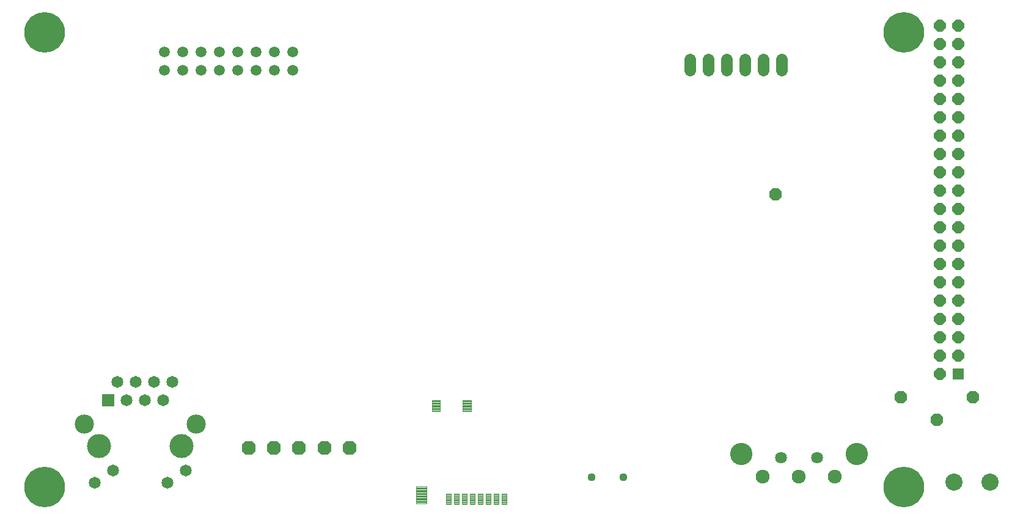
<source format=gbs>
G75*
%MOIN*%
%OFA0B0*%
%FSLAX25Y25*%
%IPPOS*%
%LPD*%
%AMOC8*
5,1,8,0,0,1.08239X$1,22.5*
%
%ADD10OC8,0.06996*%
%ADD11R,0.06406X0.06406*%
%ADD12OC8,0.06406*%
%ADD13C,0.05900*%
%ADD14OC8,0.07587*%
%ADD15C,0.07587*%
%ADD16C,0.06406*%
%ADD17C,0.12161*%
%ADD18C,0.00488*%
%ADD19C,0.00435*%
%ADD20C,0.00435*%
%ADD21C,0.06500*%
%ADD22R,0.06500X0.06500*%
%ADD23C,0.13098*%
%ADD24C,0.10500*%
%ADD25C,0.04437*%
%ADD26C,0.09358*%
%ADD27C,0.06406*%
%ADD28C,0.22154*%
D10*
X0438669Y0328399D03*
X0507034Y0217849D03*
X0526719Y0205251D03*
X0546404Y0217849D03*
D11*
X0538353Y0230547D03*
D12*
X0528353Y0230547D03*
X0528353Y0240547D03*
X0538353Y0240547D03*
X0538353Y0250547D03*
X0528353Y0250547D03*
X0528353Y0260547D03*
X0538353Y0260547D03*
X0538353Y0270547D03*
X0528353Y0270547D03*
X0528353Y0280547D03*
X0538353Y0280547D03*
X0538353Y0290547D03*
X0528353Y0290547D03*
X0528353Y0300547D03*
X0538353Y0300547D03*
X0538353Y0310547D03*
X0528353Y0310547D03*
X0528353Y0320547D03*
X0538353Y0320547D03*
X0538353Y0330547D03*
X0528353Y0330547D03*
X0528353Y0340547D03*
X0538353Y0340547D03*
X0538353Y0350547D03*
X0528353Y0350547D03*
X0528353Y0360547D03*
X0538353Y0360547D03*
X0538353Y0370547D03*
X0528353Y0370547D03*
X0528353Y0380547D03*
X0538353Y0380547D03*
X0538353Y0390547D03*
X0528353Y0390547D03*
X0528353Y0400547D03*
X0538353Y0400547D03*
X0538353Y0410547D03*
X0528353Y0410547D03*
X0528353Y0420547D03*
X0538353Y0420547D03*
D13*
X0175494Y0406099D03*
X0165494Y0406099D03*
X0155494Y0406099D03*
X0145494Y0406099D03*
X0135494Y0406099D03*
X0125494Y0406099D03*
X0115494Y0406099D03*
X0105494Y0406099D03*
X0105494Y0396099D03*
X0115494Y0396099D03*
X0125494Y0396099D03*
X0135494Y0396099D03*
X0145494Y0396099D03*
X0155494Y0396099D03*
X0165494Y0396099D03*
X0175494Y0396099D03*
D14*
X0178943Y0190232D03*
X0165164Y0190232D03*
X0151384Y0190232D03*
X0192723Y0190232D03*
X0206502Y0190232D03*
D15*
X0431896Y0174484D03*
X0451581Y0174484D03*
X0471266Y0174484D03*
D16*
X0461424Y0184720D03*
X0441739Y0184720D03*
D17*
X0420085Y0186689D03*
X0483077Y0186689D03*
D18*
X0292138Y0165239D02*
X0289370Y0165239D01*
X0292138Y0165239D02*
X0292138Y0159321D01*
X0289370Y0159321D01*
X0289370Y0165239D01*
X0289370Y0159808D02*
X0292138Y0159808D01*
X0292138Y0160295D02*
X0289370Y0160295D01*
X0289370Y0160782D02*
X0292138Y0160782D01*
X0292138Y0161269D02*
X0289370Y0161269D01*
X0289370Y0161756D02*
X0292138Y0161756D01*
X0292138Y0162243D02*
X0289370Y0162243D01*
X0289370Y0162730D02*
X0292138Y0162730D01*
X0292138Y0163217D02*
X0289370Y0163217D01*
X0289370Y0163704D02*
X0292138Y0163704D01*
X0292138Y0164191D02*
X0289370Y0164191D01*
X0289370Y0164678D02*
X0292138Y0164678D01*
X0292138Y0165165D02*
X0289370Y0165165D01*
X0287808Y0165239D02*
X0285040Y0165239D01*
X0287808Y0165239D02*
X0287808Y0159321D01*
X0285040Y0159321D01*
X0285040Y0165239D01*
X0285040Y0159808D02*
X0287808Y0159808D01*
X0287808Y0160295D02*
X0285040Y0160295D01*
X0285040Y0160782D02*
X0287808Y0160782D01*
X0287808Y0161269D02*
X0285040Y0161269D01*
X0285040Y0161756D02*
X0287808Y0161756D01*
X0287808Y0162243D02*
X0285040Y0162243D01*
X0285040Y0162730D02*
X0287808Y0162730D01*
X0287808Y0163217D02*
X0285040Y0163217D01*
X0285040Y0163704D02*
X0287808Y0163704D01*
X0287808Y0164191D02*
X0285040Y0164191D01*
X0285040Y0164678D02*
X0287808Y0164678D01*
X0287808Y0165165D02*
X0285040Y0165165D01*
X0283477Y0165239D02*
X0280709Y0165239D01*
X0283477Y0165239D02*
X0283477Y0159321D01*
X0280709Y0159321D01*
X0280709Y0165239D01*
X0280709Y0159808D02*
X0283477Y0159808D01*
X0283477Y0160295D02*
X0280709Y0160295D01*
X0280709Y0160782D02*
X0283477Y0160782D01*
X0283477Y0161269D02*
X0280709Y0161269D01*
X0280709Y0161756D02*
X0283477Y0161756D01*
X0283477Y0162243D02*
X0280709Y0162243D01*
X0280709Y0162730D02*
X0283477Y0162730D01*
X0283477Y0163217D02*
X0280709Y0163217D01*
X0280709Y0163704D02*
X0283477Y0163704D01*
X0283477Y0164191D02*
X0280709Y0164191D01*
X0280709Y0164678D02*
X0283477Y0164678D01*
X0283477Y0165165D02*
X0280709Y0165165D01*
X0279146Y0165239D02*
X0276378Y0165239D01*
X0279146Y0165239D02*
X0279146Y0159321D01*
X0276378Y0159321D01*
X0276378Y0165239D01*
X0276378Y0159808D02*
X0279146Y0159808D01*
X0279146Y0160295D02*
X0276378Y0160295D01*
X0276378Y0160782D02*
X0279146Y0160782D01*
X0279146Y0161269D02*
X0276378Y0161269D01*
X0276378Y0161756D02*
X0279146Y0161756D01*
X0279146Y0162243D02*
X0276378Y0162243D01*
X0276378Y0162730D02*
X0279146Y0162730D01*
X0279146Y0163217D02*
X0276378Y0163217D01*
X0276378Y0163704D02*
X0279146Y0163704D01*
X0279146Y0164191D02*
X0276378Y0164191D01*
X0276378Y0164678D02*
X0279146Y0164678D01*
X0279146Y0165165D02*
X0276378Y0165165D01*
X0274816Y0165239D02*
X0272048Y0165239D01*
X0274816Y0165239D02*
X0274816Y0159321D01*
X0272048Y0159321D01*
X0272048Y0165239D01*
X0272048Y0159808D02*
X0274816Y0159808D01*
X0274816Y0160295D02*
X0272048Y0160295D01*
X0272048Y0160782D02*
X0274816Y0160782D01*
X0274816Y0161269D02*
X0272048Y0161269D01*
X0272048Y0161756D02*
X0274816Y0161756D01*
X0274816Y0162243D02*
X0272048Y0162243D01*
X0272048Y0162730D02*
X0274816Y0162730D01*
X0274816Y0163217D02*
X0272048Y0163217D01*
X0272048Y0163704D02*
X0274816Y0163704D01*
X0274816Y0164191D02*
X0272048Y0164191D01*
X0272048Y0164678D02*
X0274816Y0164678D01*
X0274816Y0165165D02*
X0272048Y0165165D01*
X0270485Y0165239D02*
X0267717Y0165239D01*
X0270485Y0165239D02*
X0270485Y0159321D01*
X0267717Y0159321D01*
X0267717Y0165239D01*
X0267717Y0159808D02*
X0270485Y0159808D01*
X0270485Y0160295D02*
X0267717Y0160295D01*
X0267717Y0160782D02*
X0270485Y0160782D01*
X0270485Y0161269D02*
X0267717Y0161269D01*
X0267717Y0161756D02*
X0270485Y0161756D01*
X0270485Y0162243D02*
X0267717Y0162243D01*
X0267717Y0162730D02*
X0270485Y0162730D01*
X0270485Y0163217D02*
X0267717Y0163217D01*
X0267717Y0163704D02*
X0270485Y0163704D01*
X0270485Y0164191D02*
X0267717Y0164191D01*
X0267717Y0164678D02*
X0270485Y0164678D01*
X0270485Y0165165D02*
X0267717Y0165165D01*
X0266154Y0165239D02*
X0263386Y0165239D01*
X0266154Y0165239D02*
X0266154Y0159321D01*
X0263386Y0159321D01*
X0263386Y0165239D01*
X0263386Y0159808D02*
X0266154Y0159808D01*
X0266154Y0160295D02*
X0263386Y0160295D01*
X0263386Y0160782D02*
X0266154Y0160782D01*
X0266154Y0161269D02*
X0263386Y0161269D01*
X0263386Y0161756D02*
X0266154Y0161756D01*
X0266154Y0162243D02*
X0263386Y0162243D01*
X0263386Y0162730D02*
X0266154Y0162730D01*
X0266154Y0163217D02*
X0263386Y0163217D01*
X0263386Y0163704D02*
X0266154Y0163704D01*
X0266154Y0164191D02*
X0263386Y0164191D01*
X0263386Y0164678D02*
X0266154Y0164678D01*
X0266154Y0165165D02*
X0263386Y0165165D01*
X0261823Y0165239D02*
X0259055Y0165239D01*
X0261823Y0165239D02*
X0261823Y0159321D01*
X0259055Y0159321D01*
X0259055Y0165239D01*
X0259055Y0159808D02*
X0261823Y0159808D01*
X0261823Y0160295D02*
X0259055Y0160295D01*
X0259055Y0160782D02*
X0261823Y0160782D01*
X0261823Y0161269D02*
X0259055Y0161269D01*
X0259055Y0161756D02*
X0261823Y0161756D01*
X0261823Y0162243D02*
X0259055Y0162243D01*
X0259055Y0162730D02*
X0261823Y0162730D01*
X0261823Y0163217D02*
X0259055Y0163217D01*
X0259055Y0163704D02*
X0261823Y0163704D01*
X0261823Y0164191D02*
X0259055Y0164191D01*
X0259055Y0164678D02*
X0261823Y0164678D01*
X0261823Y0165165D02*
X0259055Y0165165D01*
D19*
X0248563Y0169103D02*
X0242789Y0169103D01*
X0248563Y0169103D02*
X0248563Y0159865D01*
X0242789Y0159865D01*
X0242789Y0169103D01*
X0242789Y0160299D02*
X0248563Y0160299D01*
X0248563Y0160733D02*
X0242789Y0160733D01*
X0242789Y0161167D02*
X0248563Y0161167D01*
X0248563Y0161601D02*
X0242789Y0161601D01*
X0242789Y0162035D02*
X0248563Y0162035D01*
X0248563Y0162469D02*
X0242789Y0162469D01*
X0242789Y0162903D02*
X0248563Y0162903D01*
X0248563Y0163337D02*
X0242789Y0163337D01*
X0242789Y0163771D02*
X0248563Y0163771D01*
X0248563Y0164205D02*
X0242789Y0164205D01*
X0242789Y0164639D02*
X0248563Y0164639D01*
X0248563Y0165073D02*
X0242789Y0165073D01*
X0242789Y0165507D02*
X0248563Y0165507D01*
X0248563Y0165941D02*
X0242789Y0165941D01*
X0242789Y0166375D02*
X0248563Y0166375D01*
X0248563Y0166809D02*
X0242789Y0166809D01*
X0242789Y0167243D02*
X0248563Y0167243D01*
X0248563Y0167677D02*
X0242789Y0167677D01*
X0242789Y0168111D02*
X0248563Y0168111D01*
X0248563Y0168545D02*
X0242789Y0168545D01*
X0242789Y0168979D02*
X0248563Y0168979D01*
D20*
X0251352Y0216053D02*
X0255748Y0216053D01*
X0255748Y0210081D01*
X0251352Y0210081D01*
X0251352Y0216053D01*
X0251352Y0210515D02*
X0255748Y0210515D01*
X0255748Y0210949D02*
X0251352Y0210949D01*
X0251352Y0211383D02*
X0255748Y0211383D01*
X0255748Y0211817D02*
X0251352Y0211817D01*
X0251352Y0212251D02*
X0255748Y0212251D01*
X0255748Y0212685D02*
X0251352Y0212685D01*
X0251352Y0213119D02*
X0255748Y0213119D01*
X0255748Y0213553D02*
X0251352Y0213553D01*
X0251352Y0213987D02*
X0255748Y0213987D01*
X0255748Y0214421D02*
X0251352Y0214421D01*
X0251352Y0214855D02*
X0255748Y0214855D01*
X0255748Y0215289D02*
X0251352Y0215289D01*
X0251352Y0215723D02*
X0255748Y0215723D01*
X0268281Y0216053D02*
X0272677Y0216053D01*
X0272677Y0210081D01*
X0268281Y0210081D01*
X0268281Y0216053D01*
X0268281Y0210515D02*
X0272677Y0210515D01*
X0272677Y0210949D02*
X0268281Y0210949D01*
X0268281Y0211383D02*
X0272677Y0211383D01*
X0272677Y0211817D02*
X0268281Y0211817D01*
X0268281Y0212251D02*
X0272677Y0212251D01*
X0272677Y0212685D02*
X0268281Y0212685D01*
X0268281Y0213119D02*
X0272677Y0213119D01*
X0272677Y0213553D02*
X0268281Y0213553D01*
X0268281Y0213987D02*
X0272677Y0213987D01*
X0272677Y0214421D02*
X0268281Y0214421D01*
X0268281Y0214855D02*
X0272677Y0214855D01*
X0272677Y0215289D02*
X0268281Y0215289D01*
X0268281Y0215723D02*
X0272677Y0215723D01*
D21*
X0117231Y0177909D03*
X0107231Y0171217D03*
X0077428Y0177909D03*
X0067428Y0171217D03*
X0084829Y0216217D03*
X0094829Y0216217D03*
X0104829Y0216217D03*
X0099829Y0226217D03*
X0089829Y0226217D03*
X0079829Y0226217D03*
X0109829Y0226217D03*
D22*
X0074829Y0216217D03*
D23*
X0069829Y0191217D03*
X0114829Y0191217D03*
D24*
X0122841Y0203224D03*
X0061817Y0203224D03*
D25*
X0338589Y0174091D03*
X0355912Y0174091D03*
D26*
X0536227Y0171335D03*
X0555912Y0171335D03*
D27*
X0442119Y0396146D02*
X0442119Y0402052D01*
X0432119Y0402052D02*
X0432119Y0396146D01*
X0422119Y0396146D02*
X0422119Y0402052D01*
X0412119Y0402052D02*
X0412119Y0396146D01*
X0402119Y0396146D02*
X0402119Y0402052D01*
X0392119Y0402052D02*
X0392119Y0396146D01*
D28*
X0040164Y0168579D03*
X0040164Y0416610D03*
X0508668Y0416610D03*
X0508668Y0168579D03*
M02*

</source>
